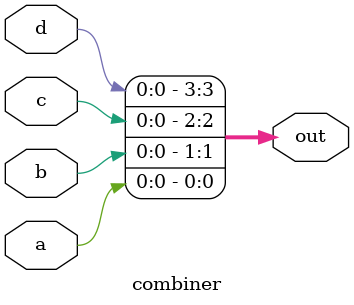
<source format=v>
module combiner(a,b,c,d,out);
	
	input a;
	input b;
	input c;
	input d;
	output reg [3:0]out;
	always 
	out[0]=a;
	always
	out[1]=b;
	always 
	out[2]=c;
	always 
	out[3]=d;
endmodule

</source>
